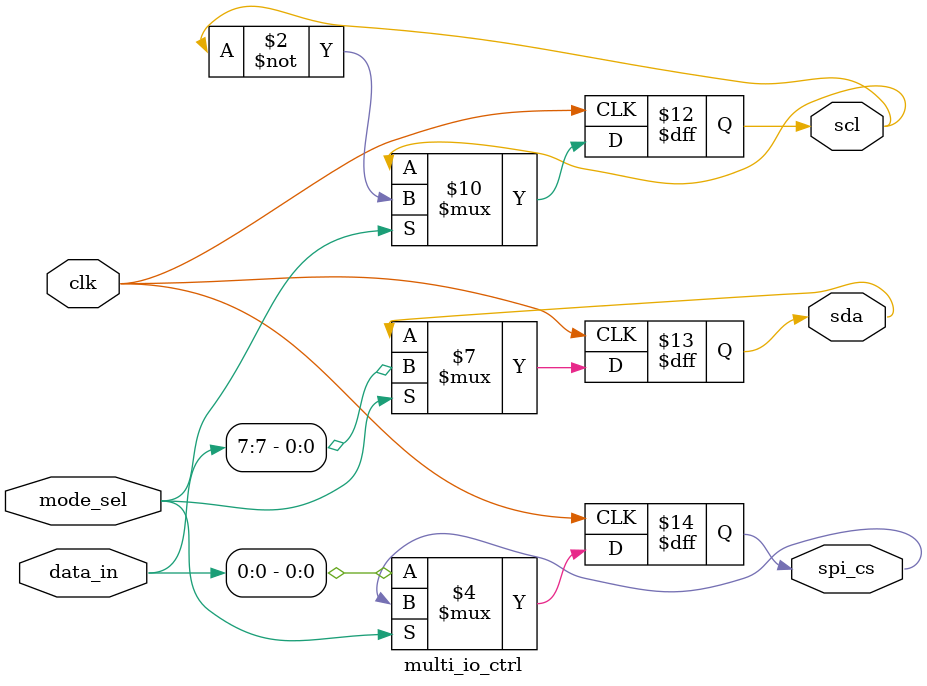
<source format=sv>
module multi_io_ctrl (
    input clk, mode_sel,
    input [7:0] data_in,
    output reg scl, sda, spi_cs
);
always @(posedge clk) begin
    if (mode_sel) begin // I2C mode
        scl <= ~scl;
        sda <= data_in[7];
    end else begin      // SPI mode
        spi_cs <= data_in[0];
    end
end
endmodule

</source>
